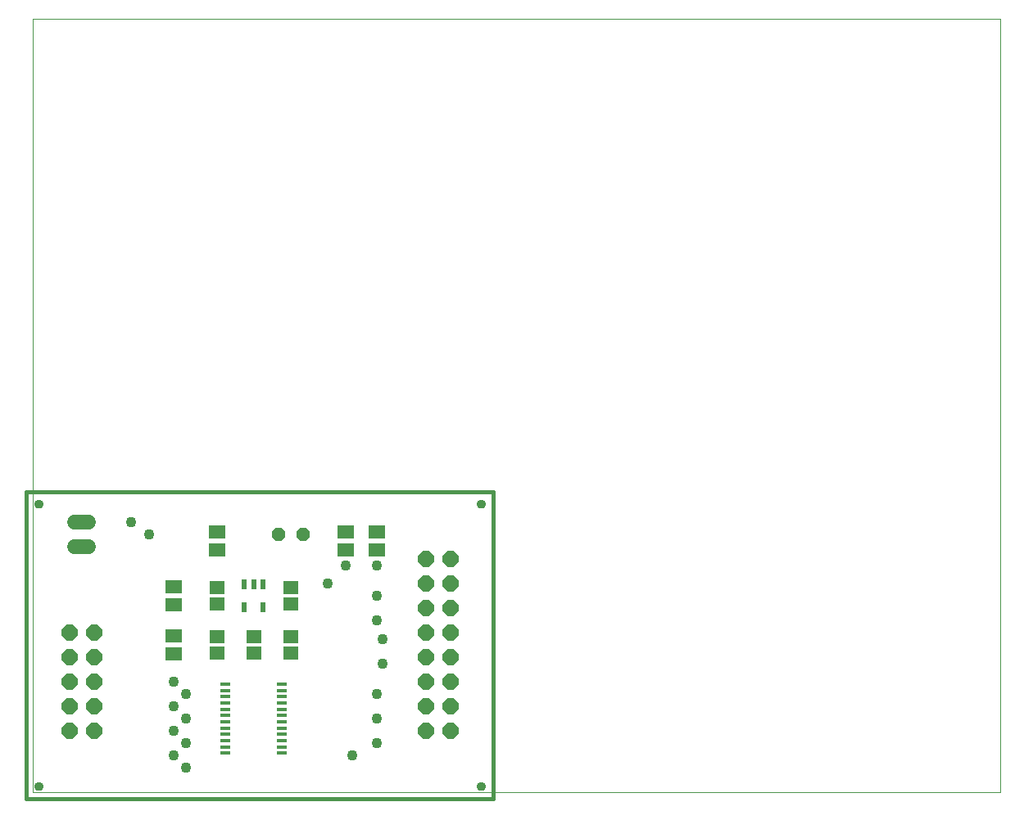
<source format=gts>
G75*
G70*
%OFA0B0*%
%FSLAX24Y24*%
%IPPOS*%
%LPD*%
%AMOC8*
5,1,8,0,0,1.08239X$1,22.5*
%
%ADD10C,0.0000*%
%ADD11C,0.0355*%
%ADD12C,0.0160*%
%ADD13R,0.0430X0.0160*%
%ADD14R,0.0237X0.0434*%
%ADD15R,0.0631X0.0552*%
%ADD16C,0.0434*%
%ADD17OC8,0.0634*%
%ADD18C,0.0600*%
%ADD19R,0.0670X0.0552*%
%ADD20OC8,0.0560*%
D10*
X000430Y000430D02*
X000430Y031926D01*
X039800Y031926D01*
X039800Y000430D01*
X000430Y000430D01*
X000523Y000680D02*
X000525Y000705D01*
X000531Y000729D01*
X000540Y000751D01*
X000553Y000772D01*
X000569Y000791D01*
X000588Y000807D01*
X000609Y000820D01*
X000631Y000829D01*
X000655Y000835D01*
X000680Y000837D01*
X000705Y000835D01*
X000729Y000829D01*
X000751Y000820D01*
X000772Y000807D01*
X000791Y000791D01*
X000807Y000772D01*
X000820Y000751D01*
X000829Y000729D01*
X000835Y000705D01*
X000837Y000680D01*
X000835Y000655D01*
X000829Y000631D01*
X000820Y000609D01*
X000807Y000588D01*
X000791Y000569D01*
X000772Y000553D01*
X000751Y000540D01*
X000729Y000531D01*
X000705Y000525D01*
X000680Y000523D01*
X000655Y000525D01*
X000631Y000531D01*
X000609Y000540D01*
X000588Y000553D01*
X000569Y000569D01*
X000553Y000588D01*
X000540Y000609D01*
X000531Y000631D01*
X000525Y000655D01*
X000523Y000680D01*
X000523Y012180D02*
X000525Y012205D01*
X000531Y012229D01*
X000540Y012251D01*
X000553Y012272D01*
X000569Y012291D01*
X000588Y012307D01*
X000609Y012320D01*
X000631Y012329D01*
X000655Y012335D01*
X000680Y012337D01*
X000705Y012335D01*
X000729Y012329D01*
X000751Y012320D01*
X000772Y012307D01*
X000791Y012291D01*
X000807Y012272D01*
X000820Y012251D01*
X000829Y012229D01*
X000835Y012205D01*
X000837Y012180D01*
X000835Y012155D01*
X000829Y012131D01*
X000820Y012109D01*
X000807Y012088D01*
X000791Y012069D01*
X000772Y012053D01*
X000751Y012040D01*
X000729Y012031D01*
X000705Y012025D01*
X000680Y012023D01*
X000655Y012025D01*
X000631Y012031D01*
X000609Y012040D01*
X000588Y012053D01*
X000569Y012069D01*
X000553Y012088D01*
X000540Y012109D01*
X000531Y012131D01*
X000525Y012155D01*
X000523Y012180D01*
X018523Y012180D02*
X018525Y012205D01*
X018531Y012229D01*
X018540Y012251D01*
X018553Y012272D01*
X018569Y012291D01*
X018588Y012307D01*
X018609Y012320D01*
X018631Y012329D01*
X018655Y012335D01*
X018680Y012337D01*
X018705Y012335D01*
X018729Y012329D01*
X018751Y012320D01*
X018772Y012307D01*
X018791Y012291D01*
X018807Y012272D01*
X018820Y012251D01*
X018829Y012229D01*
X018835Y012205D01*
X018837Y012180D01*
X018835Y012155D01*
X018829Y012131D01*
X018820Y012109D01*
X018807Y012088D01*
X018791Y012069D01*
X018772Y012053D01*
X018751Y012040D01*
X018729Y012031D01*
X018705Y012025D01*
X018680Y012023D01*
X018655Y012025D01*
X018631Y012031D01*
X018609Y012040D01*
X018588Y012053D01*
X018569Y012069D01*
X018553Y012088D01*
X018540Y012109D01*
X018531Y012131D01*
X018525Y012155D01*
X018523Y012180D01*
X018523Y000680D02*
X018525Y000705D01*
X018531Y000729D01*
X018540Y000751D01*
X018553Y000772D01*
X018569Y000791D01*
X018588Y000807D01*
X018609Y000820D01*
X018631Y000829D01*
X018655Y000835D01*
X018680Y000837D01*
X018705Y000835D01*
X018729Y000829D01*
X018751Y000820D01*
X018772Y000807D01*
X018791Y000791D01*
X018807Y000772D01*
X018820Y000751D01*
X018829Y000729D01*
X018835Y000705D01*
X018837Y000680D01*
X018835Y000655D01*
X018829Y000631D01*
X018820Y000609D01*
X018807Y000588D01*
X018791Y000569D01*
X018772Y000553D01*
X018751Y000540D01*
X018729Y000531D01*
X018705Y000525D01*
X018680Y000523D01*
X018655Y000525D01*
X018631Y000531D01*
X018609Y000540D01*
X018588Y000553D01*
X018569Y000569D01*
X018553Y000588D01*
X018540Y000609D01*
X018531Y000631D01*
X018525Y000655D01*
X018523Y000680D01*
D11*
X018680Y000680D03*
X018680Y012180D03*
X000680Y012180D03*
X000680Y000680D03*
D12*
X000180Y000180D02*
X019180Y000180D01*
X019180Y012680D01*
X000180Y012680D01*
X000180Y000180D01*
D13*
X008281Y002023D03*
X008281Y002278D03*
X008281Y002534D03*
X008281Y002790D03*
X008281Y003046D03*
X008281Y003302D03*
X008281Y003558D03*
X008281Y003814D03*
X008281Y004070D03*
X008281Y004326D03*
X008281Y004582D03*
X008281Y004837D03*
X010579Y004837D03*
X010579Y004582D03*
X010579Y004326D03*
X010579Y004070D03*
X010579Y003814D03*
X010579Y003558D03*
X010579Y003302D03*
X010579Y003046D03*
X010579Y002790D03*
X010579Y002534D03*
X010579Y002278D03*
X010579Y002023D03*
D14*
X009804Y007958D03*
X009056Y007958D03*
X009056Y008902D03*
X009430Y008902D03*
X009804Y008902D03*
D15*
X010930Y008765D03*
X010930Y008095D03*
X010930Y006765D03*
X010930Y006095D03*
X009430Y006095D03*
X009430Y006765D03*
X007930Y006765D03*
X007930Y006095D03*
X007930Y008095D03*
X007930Y008765D03*
D16*
X005180Y010930D03*
X004430Y011430D03*
X006180Y004930D03*
X006680Y004430D03*
X006180Y003930D03*
X006680Y003430D03*
X006180Y002930D03*
X006680Y002430D03*
X006180Y001930D03*
X006680Y001430D03*
X013430Y001930D03*
X014430Y002430D03*
X014430Y003430D03*
X014430Y004430D03*
X014680Y005680D03*
X014680Y006680D03*
X014430Y007430D03*
X014430Y008430D03*
X014430Y009680D03*
X013180Y009680D03*
X012430Y008930D03*
D17*
X016430Y008930D03*
X017430Y008930D03*
X017430Y007930D03*
X016430Y007930D03*
X016430Y006930D03*
X017430Y006930D03*
X017430Y005930D03*
X016430Y005930D03*
X016430Y004930D03*
X017430Y004930D03*
X017430Y003930D03*
X016430Y003930D03*
X016430Y002930D03*
X017430Y002930D03*
X017430Y009930D03*
X016430Y009930D03*
X002930Y006930D03*
X002930Y005930D03*
X002930Y004930D03*
X002930Y003930D03*
X002930Y002930D03*
X001930Y002930D03*
X001930Y003930D03*
X001930Y004930D03*
X001930Y005930D03*
X001930Y006930D03*
D18*
X002150Y010430D02*
X002710Y010430D01*
X002710Y011430D02*
X002150Y011430D01*
D19*
X006180Y008804D03*
X006180Y008056D03*
X006180Y006804D03*
X006180Y006056D03*
X007930Y010306D03*
X007930Y011054D03*
X013180Y011054D03*
X013180Y010306D03*
X014430Y010306D03*
X014430Y011054D03*
D20*
X011430Y010930D03*
X010430Y010930D03*
M02*

</source>
